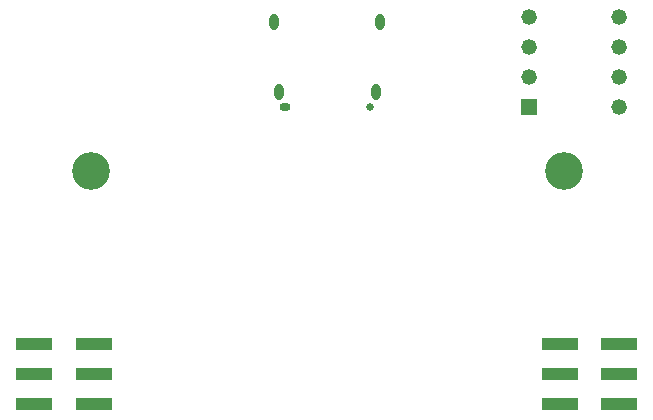
<source format=gbr>
%TF.GenerationSoftware,KiCad,Pcbnew,8.0.0*%
%TF.CreationDate,2024-03-04T20:39:57-05:00*%
%TF.ProjectId,USB C breadboard power supply,55534220-4320-4627-9265-6164626f6172,0.1*%
%TF.SameCoordinates,Original*%
%TF.FileFunction,Soldermask,Bot*%
%TF.FilePolarity,Negative*%
%FSLAX46Y46*%
G04 Gerber Fmt 4.6, Leading zero omitted, Abs format (unit mm)*
G04 Created by KiCad (PCBNEW 8.0.0) date 2024-03-04 20:39:57*
%MOMM*%
%LPD*%
G01*
G04 APERTURE LIST*
%ADD10C,3.200000*%
%ADD11R,1.320800X1.320800*%
%ADD12C,1.320800*%
%ADD13C,0.650000*%
%ADD14O,0.950000X0.650000*%
%ADD15O,0.800000X1.400000*%
%ADD16R,3.150000X1.000000*%
G04 APERTURE END LIST*
D10*
%TO.C,*%
X147000000Y-115000000D03*
%TD*%
%TO.C,H2*%
X107000000Y-115000000D03*
%TD*%
D11*
%TO.C,SW1*%
X144100000Y-109600000D03*
D12*
X144100000Y-107060000D03*
X144100000Y-104520000D03*
X144100000Y-101980000D03*
X151720000Y-101980000D03*
X151720000Y-104520000D03*
X151720000Y-107060000D03*
X151720000Y-109600000D03*
%TD*%
D13*
%TO.C,USB1*%
X130600000Y-109580000D03*
D14*
X123400000Y-109580000D03*
D15*
X131490000Y-102380000D03*
X131130000Y-108330000D03*
X122870000Y-108330000D03*
X122510000Y-102380000D03*
%TD*%
D16*
%TO.C,J2*%
X107225000Y-129660000D03*
X102175000Y-129660000D03*
X107225000Y-132200000D03*
X102175000Y-132200000D03*
X107225000Y-134740000D03*
X102175000Y-134740000D03*
%TD*%
%TO.C,J1*%
X151725000Y-129660000D03*
X146675000Y-129660000D03*
X151725000Y-132200000D03*
X146675000Y-132200000D03*
X151725000Y-134740000D03*
X146675000Y-134740000D03*
%TD*%
M02*

</source>
